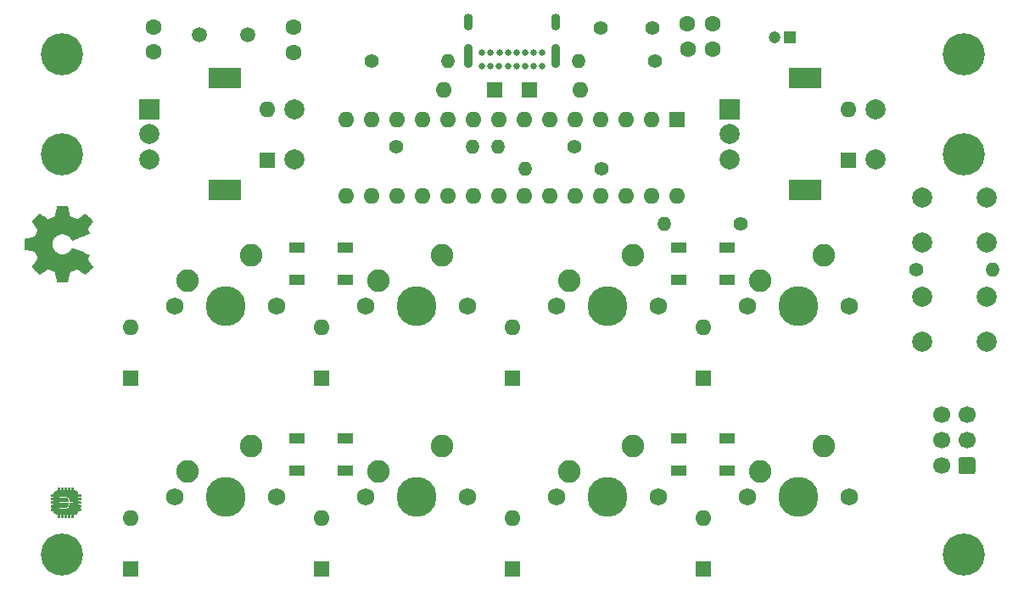
<source format=gbs>
%TF.GenerationSoftware,KiCad,Pcbnew,(5.1.8-0-10_14)*%
%TF.CreationDate,2020-12-29T14:10:58+00:00*%
%TF.ProjectId,Draytronics-Daisy-PCB V1,44726179-7472-46f6-9e69-63732d446169,rev?*%
%TF.SameCoordinates,Original*%
%TF.FileFunction,Soldermask,Bot*%
%TF.FilePolarity,Negative*%
%FSLAX46Y46*%
G04 Gerber Fmt 4.6, Leading zero omitted, Abs format (unit mm)*
G04 Created by KiCad (PCBNEW (5.1.8-0-10_14)) date 2020-12-29 14:10:58*
%MOMM*%
%LPD*%
G01*
G04 APERTURE LIST*
%ADD10C,0.010000*%
%ADD11C,1.700000*%
%ADD12C,2.000000*%
%ADD13C,4.200000*%
%ADD14O,1.400000X1.400000*%
%ADD15C,1.400000*%
%ADD16C,2.250000*%
%ADD17C,3.987800*%
%ADD18C,1.750000*%
%ADD19O,1.600000X1.600000*%
%ADD20R,1.600000X1.600000*%
%ADD21C,1.600000*%
%ADD22C,1.200000*%
%ADD23R,1.200000X1.200000*%
%ADD24C,1.500000*%
%ADD25R,2.000000X2.000000*%
%ADD26R,3.200000X2.000000*%
%ADD27O,0.900000X1.700000*%
%ADD28O,0.900000X2.400000*%
%ADD29C,0.650000*%
%ADD30R,1.500000X1.000000*%
G04 APERTURE END LIST*
D10*
%TO.C,G\u002A\u002A\u002A*%
G36*
X22831600Y-73212667D02*
G01*
X22831600Y-73044652D01*
X22683434Y-73039760D01*
X22535267Y-73034867D01*
X22535267Y-72865534D01*
X22683434Y-72860641D01*
X22831600Y-72855749D01*
X22831600Y-72704667D01*
X22705985Y-72704667D01*
X22626442Y-72703674D01*
X22574762Y-72698389D01*
X22544955Y-72685354D01*
X22531028Y-72661110D01*
X22526989Y-72622201D01*
X22526800Y-72601255D01*
X22526800Y-72518400D01*
X22831600Y-72518400D01*
X22831600Y-72450123D01*
X22847074Y-72345645D01*
X22891526Y-72255579D01*
X22962001Y-72183055D01*
X23055544Y-72131204D01*
X23157567Y-72104721D01*
X23238000Y-72092992D01*
X23238000Y-71961950D01*
X23240658Y-71882501D01*
X23250338Y-71831186D01*
X23269594Y-71802566D01*
X23300983Y-71791202D01*
X23318700Y-71790267D01*
X23367170Y-71794580D01*
X23398350Y-71811372D01*
X23415830Y-71846421D01*
X23423199Y-71905505D01*
X23424267Y-71960196D01*
X23424267Y-72095067D01*
X23576667Y-72095067D01*
X23576667Y-71960196D01*
X23579346Y-71882175D01*
X23589778Y-71831985D01*
X23611552Y-71803848D01*
X23648257Y-71791987D01*
X23682234Y-71790267D01*
X23719472Y-71795869D01*
X23743561Y-71816299D01*
X23757042Y-71856996D01*
X23762454Y-71923396D01*
X23762934Y-71962987D01*
X23762934Y-72095067D01*
X23932267Y-72095067D01*
X23932267Y-71951456D01*
X23932767Y-71881621D01*
X23935588Y-71838425D01*
X23942714Y-71814643D01*
X23956127Y-71803050D01*
X23974600Y-71797221D01*
X24025683Y-71792997D01*
X24059267Y-71797221D01*
X24079816Y-71804073D01*
X24092340Y-71816788D01*
X24098824Y-71842589D01*
X24101248Y-71888702D01*
X24101600Y-71951456D01*
X24101600Y-72095067D01*
X24270934Y-72095067D01*
X24270934Y-71962987D01*
X24273551Y-71883286D01*
X24283096Y-71831729D01*
X24302111Y-71802877D01*
X24333135Y-71791294D01*
X24351633Y-71790267D01*
X24400104Y-71794580D01*
X24431284Y-71811372D01*
X24448763Y-71846421D01*
X24456132Y-71905505D01*
X24457200Y-71960196D01*
X24457200Y-72095067D01*
X24608231Y-72095067D01*
X24613149Y-71955727D01*
X24616199Y-71886934D01*
X24620999Y-71844395D01*
X24629959Y-71820500D01*
X24645494Y-71807642D01*
X24662256Y-71800894D01*
X24713299Y-71793034D01*
X24751156Y-71796624D01*
X24772903Y-71803528D01*
X24786131Y-71815683D01*
X24792957Y-71840373D01*
X24795496Y-71884877D01*
X24795867Y-71950419D01*
X24795867Y-72092992D01*
X24876300Y-72104721D01*
X24988165Y-72135174D01*
X25079634Y-72189133D01*
X25147753Y-72263466D01*
X25189567Y-72355043D01*
X25202267Y-72450123D01*
X25202267Y-72518400D01*
X25352692Y-72518400D01*
X25424702Y-72518961D01*
X25469857Y-72521750D01*
X25495166Y-72528429D01*
X25507634Y-72540662D01*
X25513327Y-72556500D01*
X25523774Y-72617446D01*
X25514711Y-72659885D01*
X25482737Y-72686667D01*
X25424452Y-72700645D01*
X25336524Y-72704667D01*
X25202267Y-72704667D01*
X25202267Y-72855749D01*
X25350071Y-72860641D01*
X25421186Y-72863491D01*
X25465806Y-72867811D01*
X25491293Y-72875885D01*
X25505008Y-72889991D01*
X25513966Y-72911418D01*
X25519520Y-72972192D01*
X25510459Y-73000318D01*
X25499019Y-73021203D01*
X25482949Y-73033937D01*
X25454595Y-73040529D01*
X25406300Y-73042990D01*
X25346563Y-73043334D01*
X25202267Y-73043334D01*
X25202267Y-73212667D01*
X25353526Y-73212667D01*
X25434801Y-73214672D01*
X25487092Y-73223017D01*
X25515161Y-73241201D01*
X25523771Y-73272720D01*
X25517683Y-73321073D01*
X25515450Y-73331581D01*
X25504376Y-73382000D01*
X25202267Y-73382000D01*
X25202267Y-73551334D01*
X25345604Y-73551334D01*
X25425997Y-73553761D01*
X25478377Y-73563133D01*
X25508380Y-73582588D01*
X25521644Y-73615264D01*
X25524000Y-73650611D01*
X25515905Y-73690350D01*
X25488722Y-73716716D01*
X25438100Y-73731728D01*
X25359691Y-73737403D01*
X25336524Y-73737601D01*
X25202267Y-73737601D01*
X25202267Y-73890001D01*
X25345604Y-73890001D01*
X25417194Y-73890964D01*
X25462396Y-73894865D01*
X25488656Y-73903221D01*
X25503424Y-73917547D01*
X25506471Y-73922754D01*
X25522702Y-73985132D01*
X25506232Y-74045731D01*
X25505710Y-74046634D01*
X25491345Y-74061571D01*
X25464813Y-74070604D01*
X25418931Y-74075060D01*
X25346514Y-74076267D01*
X25202267Y-74076267D01*
X25201895Y-74148234D01*
X25185669Y-74249688D01*
X25141332Y-74338606D01*
X25073750Y-74410159D01*
X24987791Y-74459520D01*
X24888322Y-74481858D01*
X24864803Y-74482667D01*
X24797185Y-74482667D01*
X24792293Y-74630834D01*
X24787400Y-74779001D01*
X24712878Y-74784332D01*
X24655072Y-74782767D01*
X24624975Y-74768478D01*
X24624238Y-74767399D01*
X24617440Y-74740575D01*
X24612359Y-74689979D01*
X24609939Y-74625698D01*
X24609859Y-74613900D01*
X24609600Y-74482667D01*
X24458519Y-74482667D01*
X24453626Y-74630834D01*
X24448734Y-74779001D01*
X24279400Y-74779001D01*
X24274508Y-74630834D01*
X24269615Y-74482667D01*
X24101600Y-74482667D01*
X24101600Y-74787467D01*
X23932267Y-74787467D01*
X23932267Y-74482667D01*
X23764252Y-74482667D01*
X23759359Y-74630834D01*
X23754467Y-74779001D01*
X23585133Y-74779001D01*
X23580241Y-74630834D01*
X23575348Y-74482667D01*
X23425585Y-74482667D01*
X23420693Y-74630834D01*
X23415800Y-74779001D01*
X23325022Y-74779001D01*
X23325022Y-73957734D01*
X23678809Y-73957734D01*
X23800827Y-73957403D01*
X23894497Y-73956133D01*
X23965334Y-73953502D01*
X24018854Y-73949092D01*
X24060573Y-73942484D01*
X24096004Y-73933259D01*
X24122822Y-73923976D01*
X24227096Y-73867518D01*
X24311648Y-73784200D01*
X24375525Y-73675352D01*
X24417771Y-73542304D01*
X24425413Y-73501996D01*
X24445230Y-73382000D01*
X24728134Y-73382000D01*
X24728134Y-73212667D01*
X24442342Y-73212667D01*
X24431574Y-73132234D01*
X24400128Y-72988061D01*
X24347378Y-72869348D01*
X24272490Y-72774575D01*
X24206223Y-72721513D01*
X24158605Y-72692255D01*
X24111824Y-72669951D01*
X24060314Y-72653660D01*
X23998507Y-72642442D01*
X23920834Y-72635357D01*
X23821730Y-72631467D01*
X23695625Y-72629830D01*
X23662191Y-72629673D01*
X23332848Y-72628467D01*
X23322327Y-72670800D01*
X23318276Y-72721826D01*
X23322657Y-72755467D01*
X23333508Y-72797800D01*
X23687921Y-72806267D01*
X23817172Y-72809767D01*
X23917590Y-72814145D01*
X23994205Y-72820636D01*
X24052048Y-72830477D01*
X24096151Y-72844902D01*
X24131544Y-72865146D01*
X24163259Y-72892445D01*
X24196326Y-72928034D01*
X24199763Y-72931939D01*
X24253856Y-73016977D01*
X24283667Y-73115712D01*
X24287772Y-73166100D01*
X24287867Y-73212667D01*
X23325022Y-73212667D01*
X23319482Y-73250767D01*
X23317516Y-73297668D01*
X23320226Y-73335434D01*
X23326511Y-73382000D01*
X24287867Y-73382000D01*
X24287867Y-73429784D01*
X24275630Y-73509762D01*
X24243423Y-73593603D01*
X24198005Y-73665225D01*
X24181284Y-73683424D01*
X24142803Y-73716962D01*
X24101989Y-73742643D01*
X24053783Y-73761471D01*
X23993125Y-73774452D01*
X23914955Y-73782590D01*
X23814213Y-73786891D01*
X23685839Y-73788358D01*
X23652660Y-73788401D01*
X23326511Y-73788401D01*
X23320226Y-73834967D01*
X23317405Y-73885296D01*
X23319482Y-73919634D01*
X23325022Y-73957734D01*
X23325022Y-74779001D01*
X23246467Y-74779001D01*
X23241604Y-74632878D01*
X23236741Y-74486756D01*
X23143644Y-74479036D01*
X23044810Y-74455373D01*
X22959089Y-74405170D01*
X22891581Y-74333813D01*
X22847385Y-74246686D01*
X22831600Y-74149538D01*
X22831600Y-74077586D01*
X22683434Y-74072693D01*
X22535267Y-74067800D01*
X22535267Y-73898467D01*
X22683434Y-73893575D01*
X22831600Y-73888682D01*
X22831600Y-73737601D01*
X22700367Y-73737341D01*
X22634739Y-73735479D01*
X22581047Y-73730791D01*
X22549376Y-73724224D01*
X22546868Y-73722963D01*
X22531936Y-73694412D01*
X22529691Y-73637955D01*
X22529935Y-73634322D01*
X22535267Y-73559800D01*
X22683434Y-73554908D01*
X22831600Y-73550015D01*
X22831600Y-73382000D01*
X22526800Y-73382000D01*
X22526800Y-73212667D01*
X22831600Y-73212667D01*
G37*
X22831600Y-73212667D02*
X22831600Y-73044652D01*
X22683434Y-73039760D01*
X22535267Y-73034867D01*
X22535267Y-72865534D01*
X22683434Y-72860641D01*
X22831600Y-72855749D01*
X22831600Y-72704667D01*
X22705985Y-72704667D01*
X22626442Y-72703674D01*
X22574762Y-72698389D01*
X22544955Y-72685354D01*
X22531028Y-72661110D01*
X22526989Y-72622201D01*
X22526800Y-72601255D01*
X22526800Y-72518400D01*
X22831600Y-72518400D01*
X22831600Y-72450123D01*
X22847074Y-72345645D01*
X22891526Y-72255579D01*
X22962001Y-72183055D01*
X23055544Y-72131204D01*
X23157567Y-72104721D01*
X23238000Y-72092992D01*
X23238000Y-71961950D01*
X23240658Y-71882501D01*
X23250338Y-71831186D01*
X23269594Y-71802566D01*
X23300983Y-71791202D01*
X23318700Y-71790267D01*
X23367170Y-71794580D01*
X23398350Y-71811372D01*
X23415830Y-71846421D01*
X23423199Y-71905505D01*
X23424267Y-71960196D01*
X23424267Y-72095067D01*
X23576667Y-72095067D01*
X23576667Y-71960196D01*
X23579346Y-71882175D01*
X23589778Y-71831985D01*
X23611552Y-71803848D01*
X23648257Y-71791987D01*
X23682234Y-71790267D01*
X23719472Y-71795869D01*
X23743561Y-71816299D01*
X23757042Y-71856996D01*
X23762454Y-71923396D01*
X23762934Y-71962987D01*
X23762934Y-72095067D01*
X23932267Y-72095067D01*
X23932267Y-71951456D01*
X23932767Y-71881621D01*
X23935588Y-71838425D01*
X23942714Y-71814643D01*
X23956127Y-71803050D01*
X23974600Y-71797221D01*
X24025683Y-71792997D01*
X24059267Y-71797221D01*
X24079816Y-71804073D01*
X24092340Y-71816788D01*
X24098824Y-71842589D01*
X24101248Y-71888702D01*
X24101600Y-71951456D01*
X24101600Y-72095067D01*
X24270934Y-72095067D01*
X24270934Y-71962987D01*
X24273551Y-71883286D01*
X24283096Y-71831729D01*
X24302111Y-71802877D01*
X24333135Y-71791294D01*
X24351633Y-71790267D01*
X24400104Y-71794580D01*
X24431284Y-71811372D01*
X24448763Y-71846421D01*
X24456132Y-71905505D01*
X24457200Y-71960196D01*
X24457200Y-72095067D01*
X24608231Y-72095067D01*
X24613149Y-71955727D01*
X24616199Y-71886934D01*
X24620999Y-71844395D01*
X24629959Y-71820500D01*
X24645494Y-71807642D01*
X24662256Y-71800894D01*
X24713299Y-71793034D01*
X24751156Y-71796624D01*
X24772903Y-71803528D01*
X24786131Y-71815683D01*
X24792957Y-71840373D01*
X24795496Y-71884877D01*
X24795867Y-71950419D01*
X24795867Y-72092992D01*
X24876300Y-72104721D01*
X24988165Y-72135174D01*
X25079634Y-72189133D01*
X25147753Y-72263466D01*
X25189567Y-72355043D01*
X25202267Y-72450123D01*
X25202267Y-72518400D01*
X25352692Y-72518400D01*
X25424702Y-72518961D01*
X25469857Y-72521750D01*
X25495166Y-72528429D01*
X25507634Y-72540662D01*
X25513327Y-72556500D01*
X25523774Y-72617446D01*
X25514711Y-72659885D01*
X25482737Y-72686667D01*
X25424452Y-72700645D01*
X25336524Y-72704667D01*
X25202267Y-72704667D01*
X25202267Y-72855749D01*
X25350071Y-72860641D01*
X25421186Y-72863491D01*
X25465806Y-72867811D01*
X25491293Y-72875885D01*
X25505008Y-72889991D01*
X25513966Y-72911418D01*
X25519520Y-72972192D01*
X25510459Y-73000318D01*
X25499019Y-73021203D01*
X25482949Y-73033937D01*
X25454595Y-73040529D01*
X25406300Y-73042990D01*
X25346563Y-73043334D01*
X25202267Y-73043334D01*
X25202267Y-73212667D01*
X25353526Y-73212667D01*
X25434801Y-73214672D01*
X25487092Y-73223017D01*
X25515161Y-73241201D01*
X25523771Y-73272720D01*
X25517683Y-73321073D01*
X25515450Y-73331581D01*
X25504376Y-73382000D01*
X25202267Y-73382000D01*
X25202267Y-73551334D01*
X25345604Y-73551334D01*
X25425997Y-73553761D01*
X25478377Y-73563133D01*
X25508380Y-73582588D01*
X25521644Y-73615264D01*
X25524000Y-73650611D01*
X25515905Y-73690350D01*
X25488722Y-73716716D01*
X25438100Y-73731728D01*
X25359691Y-73737403D01*
X25336524Y-73737601D01*
X25202267Y-73737601D01*
X25202267Y-73890001D01*
X25345604Y-73890001D01*
X25417194Y-73890964D01*
X25462396Y-73894865D01*
X25488656Y-73903221D01*
X25503424Y-73917547D01*
X25506471Y-73922754D01*
X25522702Y-73985132D01*
X25506232Y-74045731D01*
X25505710Y-74046634D01*
X25491345Y-74061571D01*
X25464813Y-74070604D01*
X25418931Y-74075060D01*
X25346514Y-74076267D01*
X25202267Y-74076267D01*
X25201895Y-74148234D01*
X25185669Y-74249688D01*
X25141332Y-74338606D01*
X25073750Y-74410159D01*
X24987791Y-74459520D01*
X24888322Y-74481858D01*
X24864803Y-74482667D01*
X24797185Y-74482667D01*
X24792293Y-74630834D01*
X24787400Y-74779001D01*
X24712878Y-74784332D01*
X24655072Y-74782767D01*
X24624975Y-74768478D01*
X24624238Y-74767399D01*
X24617440Y-74740575D01*
X24612359Y-74689979D01*
X24609939Y-74625698D01*
X24609859Y-74613900D01*
X24609600Y-74482667D01*
X24458519Y-74482667D01*
X24453626Y-74630834D01*
X24448734Y-74779001D01*
X24279400Y-74779001D01*
X24274508Y-74630834D01*
X24269615Y-74482667D01*
X24101600Y-74482667D01*
X24101600Y-74787467D01*
X23932267Y-74787467D01*
X23932267Y-74482667D01*
X23764252Y-74482667D01*
X23759359Y-74630834D01*
X23754467Y-74779001D01*
X23585133Y-74779001D01*
X23580241Y-74630834D01*
X23575348Y-74482667D01*
X23425585Y-74482667D01*
X23420693Y-74630834D01*
X23415800Y-74779001D01*
X23325022Y-74779001D01*
X23325022Y-73957734D01*
X23678809Y-73957734D01*
X23800827Y-73957403D01*
X23894497Y-73956133D01*
X23965334Y-73953502D01*
X24018854Y-73949092D01*
X24060573Y-73942484D01*
X24096004Y-73933259D01*
X24122822Y-73923976D01*
X24227096Y-73867518D01*
X24311648Y-73784200D01*
X24375525Y-73675352D01*
X24417771Y-73542304D01*
X24425413Y-73501996D01*
X24445230Y-73382000D01*
X24728134Y-73382000D01*
X24728134Y-73212667D01*
X24442342Y-73212667D01*
X24431574Y-73132234D01*
X24400128Y-72988061D01*
X24347378Y-72869348D01*
X24272490Y-72774575D01*
X24206223Y-72721513D01*
X24158605Y-72692255D01*
X24111824Y-72669951D01*
X24060314Y-72653660D01*
X23998507Y-72642442D01*
X23920834Y-72635357D01*
X23821730Y-72631467D01*
X23695625Y-72629830D01*
X23662191Y-72629673D01*
X23332848Y-72628467D01*
X23322327Y-72670800D01*
X23318276Y-72721826D01*
X23322657Y-72755467D01*
X23333508Y-72797800D01*
X23687921Y-72806267D01*
X23817172Y-72809767D01*
X23917590Y-72814145D01*
X23994205Y-72820636D01*
X24052048Y-72830477D01*
X24096151Y-72844902D01*
X24131544Y-72865146D01*
X24163259Y-72892445D01*
X24196326Y-72928034D01*
X24199763Y-72931939D01*
X24253856Y-73016977D01*
X24283667Y-73115712D01*
X24287772Y-73166100D01*
X24287867Y-73212667D01*
X23325022Y-73212667D01*
X23319482Y-73250767D01*
X23317516Y-73297668D01*
X23320226Y-73335434D01*
X23326511Y-73382000D01*
X24287867Y-73382000D01*
X24287867Y-73429784D01*
X24275630Y-73509762D01*
X24243423Y-73593603D01*
X24198005Y-73665225D01*
X24181284Y-73683424D01*
X24142803Y-73716962D01*
X24101989Y-73742643D01*
X24053783Y-73761471D01*
X23993125Y-73774452D01*
X23914955Y-73782590D01*
X23814213Y-73786891D01*
X23685839Y-73788358D01*
X23652660Y-73788401D01*
X23326511Y-73788401D01*
X23320226Y-73834967D01*
X23317405Y-73885296D01*
X23319482Y-73919634D01*
X23325022Y-73957734D01*
X23325022Y-74779001D01*
X23246467Y-74779001D01*
X23241604Y-74632878D01*
X23236741Y-74486756D01*
X23143644Y-74479036D01*
X23044810Y-74455373D01*
X22959089Y-74405170D01*
X22891581Y-74333813D01*
X22847385Y-74246686D01*
X22831600Y-74149538D01*
X22831600Y-74077586D01*
X22683434Y-74072693D01*
X22535267Y-74067800D01*
X22535267Y-73898467D01*
X22683434Y-73893575D01*
X22831600Y-73888682D01*
X22831600Y-73737601D01*
X22700367Y-73737341D01*
X22634739Y-73735479D01*
X22581047Y-73730791D01*
X22549376Y-73724224D01*
X22546868Y-73722963D01*
X22531936Y-73694412D01*
X22529691Y-73637955D01*
X22529935Y-73634322D01*
X22535267Y-73559800D01*
X22683434Y-73554908D01*
X22831600Y-73550015D01*
X22831600Y-73382000D01*
X22526800Y-73382000D01*
X22526800Y-73212667D01*
X22831600Y-73212667D01*
G36*
X19920043Y-47367655D02*
G01*
X19920251Y-47264664D01*
X19920737Y-47182282D01*
X19921617Y-47118115D01*
X19923005Y-47069768D01*
X19925016Y-47034844D01*
X19927765Y-47010950D01*
X19931366Y-46995690D01*
X19935934Y-46986668D01*
X19941585Y-46981490D01*
X19944622Y-46979716D01*
X19962307Y-46974497D01*
X20002093Y-46965302D01*
X20061095Y-46952718D01*
X20136428Y-46937334D01*
X20225206Y-46919737D01*
X20324543Y-46900514D01*
X20431554Y-46880254D01*
X20449447Y-46876909D01*
X20557042Y-46856497D01*
X20657077Y-46836886D01*
X20746727Y-46818678D01*
X20823170Y-46802474D01*
X20883582Y-46788875D01*
X20925138Y-46778482D01*
X20945016Y-46771897D01*
X20946054Y-46771181D01*
X20956109Y-46754338D01*
X20973777Y-46717569D01*
X20997514Y-46664645D01*
X21025776Y-46599331D01*
X21057019Y-46525396D01*
X21089700Y-46446607D01*
X21122273Y-46366733D01*
X21153196Y-46289540D01*
X21180924Y-46218796D01*
X21203913Y-46158269D01*
X21220619Y-46111727D01*
X21229498Y-46082937D01*
X21230522Y-46077038D01*
X21225031Y-46059003D01*
X21207379Y-46025096D01*
X21177038Y-45974484D01*
X21133485Y-45906336D01*
X21076192Y-45819820D01*
X21004636Y-45714103D01*
X20962600Y-45652698D01*
X20889547Y-45546313D01*
X20829603Y-45458876D01*
X20781519Y-45388384D01*
X20744045Y-45332833D01*
X20715933Y-45290219D01*
X20695934Y-45258539D01*
X20682799Y-45235789D01*
X20675279Y-45219964D01*
X20672125Y-45209061D01*
X20672087Y-45201076D01*
X20673918Y-45194005D01*
X20674869Y-45191059D01*
X20686110Y-45174828D01*
X20713079Y-45143899D01*
X20753345Y-45100661D01*
X20804480Y-45047499D01*
X20864052Y-44986802D01*
X20929632Y-44920957D01*
X20998789Y-44852350D01*
X21069094Y-44783370D01*
X21138116Y-44716403D01*
X21203425Y-44653838D01*
X21262591Y-44598060D01*
X21313184Y-44551459D01*
X21352774Y-44516420D01*
X21378931Y-44495331D01*
X21388398Y-44490100D01*
X21404400Y-44497088D01*
X21438797Y-44516997D01*
X21489130Y-44548245D01*
X21552941Y-44589250D01*
X21627773Y-44638429D01*
X21711168Y-44694201D01*
X21800667Y-44754983D01*
X21812594Y-44763150D01*
X21933078Y-44845127D01*
X22034346Y-44912710D01*
X22116163Y-44965754D01*
X22178298Y-45004109D01*
X22220519Y-45027630D01*
X22242592Y-45036168D01*
X22243334Y-45036200D01*
X22265823Y-45031190D01*
X22307146Y-45017210D01*
X22363663Y-44995838D01*
X22431729Y-44968652D01*
X22507703Y-44937229D01*
X22587943Y-44903146D01*
X22668806Y-44867982D01*
X22746649Y-44833313D01*
X22817830Y-44800718D01*
X22878706Y-44771774D01*
X22925636Y-44748058D01*
X22954977Y-44731148D01*
X22962883Y-44724564D01*
X22969111Y-44706399D01*
X22979172Y-44666236D01*
X22992432Y-44607082D01*
X23008257Y-44531944D01*
X23026013Y-44443827D01*
X23045065Y-44345739D01*
X23063369Y-44248314D01*
X23082924Y-44143540D01*
X23101511Y-44045818D01*
X23118528Y-43958175D01*
X23133372Y-43883638D01*
X23145441Y-43825236D01*
X23154134Y-43785994D01*
X23158648Y-43769375D01*
X23170655Y-43740800D01*
X23677568Y-43740800D01*
X23804754Y-43740864D01*
X23908886Y-43741121D01*
X23992312Y-43741673D01*
X24057378Y-43742622D01*
X24106431Y-43744067D01*
X24141818Y-43746110D01*
X24165885Y-43748852D01*
X24180979Y-43752394D01*
X24189446Y-43756837D01*
X24193634Y-43762282D01*
X24193968Y-43763025D01*
X24198427Y-43780270D01*
X24206932Y-43819541D01*
X24218896Y-43877891D01*
X24233731Y-43952372D01*
X24250850Y-44040038D01*
X24269667Y-44137941D01*
X24289326Y-44241706D01*
X24313502Y-44368845D01*
X24333882Y-44472813D01*
X24350895Y-44555485D01*
X24364966Y-44618736D01*
X24376523Y-44664441D01*
X24385993Y-44694476D01*
X24393803Y-44710716D01*
X24396863Y-44714004D01*
X24413806Y-44722594D01*
X24451240Y-44739219D01*
X24506042Y-44762569D01*
X24575084Y-44791334D01*
X24655242Y-44824202D01*
X24743390Y-44859863D01*
X24772980Y-44871733D01*
X24891092Y-44918440D01*
X24986928Y-44955053D01*
X25061382Y-44981885D01*
X25115349Y-44999249D01*
X25149723Y-45007459D01*
X25162140Y-45008010D01*
X25180438Y-44999663D01*
X25216918Y-44978446D01*
X25268951Y-44946050D01*
X25333909Y-44904167D01*
X25409162Y-44854489D01*
X25492083Y-44798708D01*
X25568822Y-44746250D01*
X25655659Y-44686866D01*
X25736534Y-44632352D01*
X25808927Y-44584345D01*
X25870316Y-44544485D01*
X25918181Y-44514411D01*
X25950000Y-44495762D01*
X25962825Y-44490101D01*
X25976396Y-44498830D01*
X26005724Y-44523727D01*
X26048753Y-44562850D01*
X26103426Y-44614259D01*
X26167687Y-44676016D01*
X26239479Y-44746179D01*
X26316747Y-44822808D01*
X26337424Y-44843497D01*
X26428879Y-44935439D01*
X26503594Y-45011244D01*
X26563017Y-45072504D01*
X26608596Y-45120811D01*
X26641779Y-45157758D01*
X26664015Y-45184937D01*
X26676751Y-45203941D01*
X26681435Y-45216362D01*
X26680981Y-45221322D01*
X26671873Y-45237239D01*
X26650044Y-45271481D01*
X26617209Y-45321472D01*
X26575083Y-45384637D01*
X26525381Y-45458404D01*
X26469819Y-45540196D01*
X26420184Y-45612768D01*
X26361364Y-45699193D01*
X26307420Y-45779774D01*
X26260001Y-45851945D01*
X26220758Y-45913139D01*
X26191340Y-45960788D01*
X26173397Y-45992325D01*
X26168400Y-46004508D01*
X26174186Y-46024057D01*
X26190108Y-46061202D01*
X26214007Y-46111309D01*
X26243724Y-46169747D01*
X26257757Y-46196291D01*
X26289027Y-46256699D01*
X26315017Y-46310650D01*
X26333667Y-46353567D01*
X26342918Y-46380875D01*
X26343482Y-46386747D01*
X26337646Y-46393634D01*
X26320851Y-46404451D01*
X26291787Y-46419776D01*
X26249145Y-46440186D01*
X26191615Y-46466258D01*
X26117886Y-46498570D01*
X26026649Y-46537698D01*
X25916593Y-46584220D01*
X25786409Y-46638712D01*
X25634786Y-46701752D01*
X25529102Y-46745522D01*
X25392776Y-46801772D01*
X25262945Y-46855063D01*
X25141573Y-46904606D01*
X25030627Y-46949613D01*
X24932068Y-46989295D01*
X24847863Y-47022863D01*
X24779976Y-47049529D01*
X24730371Y-47068503D01*
X24701012Y-47078998D01*
X24693797Y-47080900D01*
X24670586Y-47069813D01*
X24643108Y-47039547D01*
X24634465Y-47026925D01*
X24610221Y-46990793D01*
X24577028Y-46943248D01*
X24541147Y-46893224D01*
X24532674Y-46881629D01*
X24427037Y-46758233D01*
X24306937Y-46654523D01*
X24174758Y-46571173D01*
X24032883Y-46508859D01*
X23883693Y-46468255D01*
X23729573Y-46450037D01*
X23572903Y-46454879D01*
X23416068Y-46483456D01*
X23282740Y-46527584D01*
X23195644Y-46567333D01*
X23117177Y-46614039D01*
X23040587Y-46672381D01*
X22959126Y-46747038D01*
X22942594Y-46763400D01*
X22842532Y-46875946D01*
X22764402Y-46993169D01*
X22704757Y-47120843D01*
X22673668Y-47214250D01*
X22654764Y-47305047D01*
X22644315Y-47411040D01*
X22642320Y-47523476D01*
X22648780Y-47633600D01*
X22663695Y-47732658D01*
X22673668Y-47773050D01*
X22729447Y-47922669D01*
X22806192Y-48060837D01*
X22901701Y-48185495D01*
X23013774Y-48294583D01*
X23140208Y-48386038D01*
X23278802Y-48457802D01*
X23427354Y-48507813D01*
X23468833Y-48517308D01*
X23628414Y-48537680D01*
X23786713Y-48533640D01*
X23941246Y-48506150D01*
X24089532Y-48456171D01*
X24229087Y-48384662D01*
X24357429Y-48292585D01*
X24472075Y-48180900D01*
X24532674Y-48105672D01*
X24568261Y-48056401D01*
X24602689Y-48007424D01*
X24629700Y-47967676D01*
X24634465Y-47960375D01*
X24662263Y-47925059D01*
X24687332Y-47907524D01*
X24693797Y-47906400D01*
X24709402Y-47911152D01*
X24746489Y-47924879D01*
X24803096Y-47946795D01*
X24877257Y-47976109D01*
X24967008Y-48012034D01*
X25070384Y-48053781D01*
X25185422Y-48100560D01*
X25310156Y-48151584D01*
X25442622Y-48206062D01*
X25529102Y-48241779D01*
X25694718Y-48310426D01*
X25838081Y-48370166D01*
X25960500Y-48421577D01*
X26063287Y-48465235D01*
X26147750Y-48501718D01*
X26215201Y-48531603D01*
X26266948Y-48555467D01*
X26304302Y-48573886D01*
X26328573Y-48587439D01*
X26341070Y-48596702D01*
X26343482Y-48600554D01*
X26338996Y-48619585D01*
X26324209Y-48656229D01*
X26301180Y-48705911D01*
X26271969Y-48764055D01*
X26257757Y-48791010D01*
X26226202Y-48851607D01*
X26199536Y-48905865D01*
X26179919Y-48949152D01*
X26169508Y-48976838D01*
X26168400Y-48982793D01*
X26175383Y-48998748D01*
X26195232Y-49032979D01*
X26226299Y-49082919D01*
X26266932Y-49146002D01*
X26315482Y-49219660D01*
X26370299Y-49301327D01*
X26420184Y-49374533D01*
X26479325Y-49461054D01*
X26534037Y-49541699D01*
X26582606Y-49613892D01*
X26623316Y-49675061D01*
X26654453Y-49722629D01*
X26674300Y-49754022D01*
X26680981Y-49765979D01*
X26680437Y-49775212D01*
X26672711Y-49790071D01*
X26656355Y-49812148D01*
X26629921Y-49843037D01*
X26591961Y-49884330D01*
X26541027Y-49937618D01*
X26475671Y-50004496D01*
X26394445Y-50086554D01*
X26337424Y-50143804D01*
X26259073Y-50221794D01*
X26185663Y-50293820D01*
X26119252Y-50357943D01*
X26061895Y-50412222D01*
X26015649Y-50454717D01*
X25982571Y-50483489D01*
X25964716Y-50496597D01*
X25962825Y-50497200D01*
X25947560Y-50490206D01*
X25913987Y-50470315D01*
X25864625Y-50439167D01*
X25801997Y-50398400D01*
X25728623Y-50349654D01*
X25647023Y-50294567D01*
X25568822Y-50241051D01*
X25481351Y-50181319D01*
X25399248Y-50126211D01*
X25325142Y-50077417D01*
X25261661Y-50036632D01*
X25211435Y-50005545D01*
X25177092Y-49985850D01*
X25162140Y-49979291D01*
X25140252Y-49981610D01*
X25099363Y-49992876D01*
X25038579Y-50013402D01*
X24957005Y-50043501D01*
X24853748Y-50083487D01*
X24772980Y-50115568D01*
X24682924Y-50151850D01*
X24599850Y-50185761D01*
X24526885Y-50215991D01*
X24467153Y-50241229D01*
X24423781Y-50260165D01*
X24399894Y-50271486D01*
X24396863Y-50273297D01*
X24389657Y-50283987D01*
X24380980Y-50307636D01*
X24370407Y-50346119D01*
X24357510Y-50401310D01*
X24341863Y-50475086D01*
X24323038Y-50569321D01*
X24300608Y-50685891D01*
X24289326Y-50745595D01*
X24269410Y-50850710D01*
X24250611Y-50948497D01*
X24233518Y-51036007D01*
X24218717Y-51110295D01*
X24206795Y-51168411D01*
X24198340Y-51207410D01*
X24193968Y-51224275D01*
X24190144Y-51229851D01*
X24182329Y-51234411D01*
X24168176Y-51238059D01*
X24145338Y-51240894D01*
X24111469Y-51243017D01*
X24064221Y-51244531D01*
X24001249Y-51245534D01*
X23920205Y-51246130D01*
X23818744Y-51246418D01*
X23694517Y-51246500D01*
X23170655Y-51246500D01*
X23158648Y-51217925D01*
X23153620Y-51199127D01*
X23144657Y-51158364D01*
X23132361Y-51098664D01*
X23117336Y-51023054D01*
X23100182Y-50934562D01*
X23081503Y-50836214D01*
X23063369Y-50738987D01*
X23043682Y-50634328D01*
X23024701Y-50536849D01*
X23007062Y-50449555D01*
X22991398Y-50375453D01*
X22978344Y-50317549D01*
X22968534Y-50278850D01*
X22962883Y-50262737D01*
X22946897Y-50251084D01*
X22910960Y-50231602D01*
X22858713Y-50205869D01*
X22793800Y-50175462D01*
X22719862Y-50141958D01*
X22640543Y-50106936D01*
X22559484Y-50071972D01*
X22480328Y-50038644D01*
X22406718Y-50008531D01*
X22342296Y-49983208D01*
X22290704Y-49964254D01*
X22255585Y-49953247D01*
X22243334Y-49951100D01*
X22222597Y-49958646D01*
X22181697Y-49981183D01*
X22120868Y-50018565D01*
X22040341Y-50070645D01*
X21940349Y-50137274D01*
X21821124Y-50218306D01*
X21812594Y-50224150D01*
X21722483Y-50285466D01*
X21638158Y-50341977D01*
X21562077Y-50392101D01*
X21496698Y-50434255D01*
X21444478Y-50466857D01*
X21407876Y-50488326D01*
X21389349Y-50497079D01*
X21388398Y-50497200D01*
X21374269Y-50488509D01*
X21344831Y-50464024D01*
X21302515Y-50426135D01*
X21249750Y-50377228D01*
X21188967Y-50319690D01*
X21122596Y-50255910D01*
X21053067Y-50188273D01*
X20982810Y-50119168D01*
X20914256Y-50050981D01*
X20849834Y-49986101D01*
X20791974Y-49926914D01*
X20743107Y-49875808D01*
X20705662Y-49835169D01*
X20682070Y-49807386D01*
X20674869Y-49796242D01*
X20672672Y-49788801D01*
X20671973Y-49781084D01*
X20674020Y-49771085D01*
X20680063Y-49756801D01*
X20691349Y-49736228D01*
X20709128Y-49707360D01*
X20734649Y-49668195D01*
X20769159Y-49616728D01*
X20813908Y-49550954D01*
X20870145Y-49468869D01*
X20939118Y-49368469D01*
X20963349Y-49333213D01*
X21042350Y-49217516D01*
X21106797Y-49121447D01*
X21157206Y-49044188D01*
X21194095Y-48984921D01*
X21217980Y-48942829D01*
X21229377Y-48917095D01*
X21230562Y-48910273D01*
X21225445Y-48890027D01*
X21211848Y-48850431D01*
X21191314Y-48795260D01*
X21165391Y-48728287D01*
X21135624Y-48653287D01*
X21103557Y-48574032D01*
X21070737Y-48494296D01*
X21038710Y-48417853D01*
X21009019Y-48348478D01*
X20983212Y-48289943D01*
X20962833Y-48246022D01*
X20949428Y-48220489D01*
X20946327Y-48216232D01*
X20930462Y-48210281D01*
X20892425Y-48200435D01*
X20835044Y-48187298D01*
X20761145Y-48171471D01*
X20673554Y-48153558D01*
X20575100Y-48134162D01*
X20468609Y-48113884D01*
X20449660Y-48110346D01*
X20341684Y-48090025D01*
X20240905Y-48070637D01*
X20150213Y-48052769D01*
X20072495Y-48037009D01*
X20010639Y-48023943D01*
X19967534Y-48014160D01*
X19946068Y-48008246D01*
X19944835Y-48007698D01*
X19938588Y-48003509D01*
X19933487Y-47996685D01*
X19929415Y-47984829D01*
X19926256Y-47965545D01*
X19923895Y-47936437D01*
X19922217Y-47895108D01*
X19921104Y-47839163D01*
X19920443Y-47766204D01*
X19920116Y-47673837D01*
X19920008Y-47559664D01*
X19920000Y-47493651D01*
X19920043Y-47367655D01*
G37*
X19920043Y-47367655D02*
X19920251Y-47264664D01*
X19920737Y-47182282D01*
X19921617Y-47118115D01*
X19923005Y-47069768D01*
X19925016Y-47034844D01*
X19927765Y-47010950D01*
X19931366Y-46995690D01*
X19935934Y-46986668D01*
X19941585Y-46981490D01*
X19944622Y-46979716D01*
X19962307Y-46974497D01*
X20002093Y-46965302D01*
X20061095Y-46952718D01*
X20136428Y-46937334D01*
X20225206Y-46919737D01*
X20324543Y-46900514D01*
X20431554Y-46880254D01*
X20449447Y-46876909D01*
X20557042Y-46856497D01*
X20657077Y-46836886D01*
X20746727Y-46818678D01*
X20823170Y-46802474D01*
X20883582Y-46788875D01*
X20925138Y-46778482D01*
X20945016Y-46771897D01*
X20946054Y-46771181D01*
X20956109Y-46754338D01*
X20973777Y-46717569D01*
X20997514Y-46664645D01*
X21025776Y-46599331D01*
X21057019Y-46525396D01*
X21089700Y-46446607D01*
X21122273Y-46366733D01*
X21153196Y-46289540D01*
X21180924Y-46218796D01*
X21203913Y-46158269D01*
X21220619Y-46111727D01*
X21229498Y-46082937D01*
X21230522Y-46077038D01*
X21225031Y-46059003D01*
X21207379Y-46025096D01*
X21177038Y-45974484D01*
X21133485Y-45906336D01*
X21076192Y-45819820D01*
X21004636Y-45714103D01*
X20962600Y-45652698D01*
X20889547Y-45546313D01*
X20829603Y-45458876D01*
X20781519Y-45388384D01*
X20744045Y-45332833D01*
X20715933Y-45290219D01*
X20695934Y-45258539D01*
X20682799Y-45235789D01*
X20675279Y-45219964D01*
X20672125Y-45209061D01*
X20672087Y-45201076D01*
X20673918Y-45194005D01*
X20674869Y-45191059D01*
X20686110Y-45174828D01*
X20713079Y-45143899D01*
X20753345Y-45100661D01*
X20804480Y-45047499D01*
X20864052Y-44986802D01*
X20929632Y-44920957D01*
X20998789Y-44852350D01*
X21069094Y-44783370D01*
X21138116Y-44716403D01*
X21203425Y-44653838D01*
X21262591Y-44598060D01*
X21313184Y-44551459D01*
X21352774Y-44516420D01*
X21378931Y-44495331D01*
X21388398Y-44490100D01*
X21404400Y-44497088D01*
X21438797Y-44516997D01*
X21489130Y-44548245D01*
X21552941Y-44589250D01*
X21627773Y-44638429D01*
X21711168Y-44694201D01*
X21800667Y-44754983D01*
X21812594Y-44763150D01*
X21933078Y-44845127D01*
X22034346Y-44912710D01*
X22116163Y-44965754D01*
X22178298Y-45004109D01*
X22220519Y-45027630D01*
X22242592Y-45036168D01*
X22243334Y-45036200D01*
X22265823Y-45031190D01*
X22307146Y-45017210D01*
X22363663Y-44995838D01*
X22431729Y-44968652D01*
X22507703Y-44937229D01*
X22587943Y-44903146D01*
X22668806Y-44867982D01*
X22746649Y-44833313D01*
X22817830Y-44800718D01*
X22878706Y-44771774D01*
X22925636Y-44748058D01*
X22954977Y-44731148D01*
X22962883Y-44724564D01*
X22969111Y-44706399D01*
X22979172Y-44666236D01*
X22992432Y-44607082D01*
X23008257Y-44531944D01*
X23026013Y-44443827D01*
X23045065Y-44345739D01*
X23063369Y-44248314D01*
X23082924Y-44143540D01*
X23101511Y-44045818D01*
X23118528Y-43958175D01*
X23133372Y-43883638D01*
X23145441Y-43825236D01*
X23154134Y-43785994D01*
X23158648Y-43769375D01*
X23170655Y-43740800D01*
X23677568Y-43740800D01*
X23804754Y-43740864D01*
X23908886Y-43741121D01*
X23992312Y-43741673D01*
X24057378Y-43742622D01*
X24106431Y-43744067D01*
X24141818Y-43746110D01*
X24165885Y-43748852D01*
X24180979Y-43752394D01*
X24189446Y-43756837D01*
X24193634Y-43762282D01*
X24193968Y-43763025D01*
X24198427Y-43780270D01*
X24206932Y-43819541D01*
X24218896Y-43877891D01*
X24233731Y-43952372D01*
X24250850Y-44040038D01*
X24269667Y-44137941D01*
X24289326Y-44241706D01*
X24313502Y-44368845D01*
X24333882Y-44472813D01*
X24350895Y-44555485D01*
X24364966Y-44618736D01*
X24376523Y-44664441D01*
X24385993Y-44694476D01*
X24393803Y-44710716D01*
X24396863Y-44714004D01*
X24413806Y-44722594D01*
X24451240Y-44739219D01*
X24506042Y-44762569D01*
X24575084Y-44791334D01*
X24655242Y-44824202D01*
X24743390Y-44859863D01*
X24772980Y-44871733D01*
X24891092Y-44918440D01*
X24986928Y-44955053D01*
X25061382Y-44981885D01*
X25115349Y-44999249D01*
X25149723Y-45007459D01*
X25162140Y-45008010D01*
X25180438Y-44999663D01*
X25216918Y-44978446D01*
X25268951Y-44946050D01*
X25333909Y-44904167D01*
X25409162Y-44854489D01*
X25492083Y-44798708D01*
X25568822Y-44746250D01*
X25655659Y-44686866D01*
X25736534Y-44632352D01*
X25808927Y-44584345D01*
X25870316Y-44544485D01*
X25918181Y-44514411D01*
X25950000Y-44495762D01*
X25962825Y-44490101D01*
X25976396Y-44498830D01*
X26005724Y-44523727D01*
X26048753Y-44562850D01*
X26103426Y-44614259D01*
X26167687Y-44676016D01*
X26239479Y-44746179D01*
X26316747Y-44822808D01*
X26337424Y-44843497D01*
X26428879Y-44935439D01*
X26503594Y-45011244D01*
X26563017Y-45072504D01*
X26608596Y-45120811D01*
X26641779Y-45157758D01*
X26664015Y-45184937D01*
X26676751Y-45203941D01*
X26681435Y-45216362D01*
X26680981Y-45221322D01*
X26671873Y-45237239D01*
X26650044Y-45271481D01*
X26617209Y-45321472D01*
X26575083Y-45384637D01*
X26525381Y-45458404D01*
X26469819Y-45540196D01*
X26420184Y-45612768D01*
X26361364Y-45699193D01*
X26307420Y-45779774D01*
X26260001Y-45851945D01*
X26220758Y-45913139D01*
X26191340Y-45960788D01*
X26173397Y-45992325D01*
X26168400Y-46004508D01*
X26174186Y-46024057D01*
X26190108Y-46061202D01*
X26214007Y-46111309D01*
X26243724Y-46169747D01*
X26257757Y-46196291D01*
X26289027Y-46256699D01*
X26315017Y-46310650D01*
X26333667Y-46353567D01*
X26342918Y-46380875D01*
X26343482Y-46386747D01*
X26337646Y-46393634D01*
X26320851Y-46404451D01*
X26291787Y-46419776D01*
X26249145Y-46440186D01*
X26191615Y-46466258D01*
X26117886Y-46498570D01*
X26026649Y-46537698D01*
X25916593Y-46584220D01*
X25786409Y-46638712D01*
X25634786Y-46701752D01*
X25529102Y-46745522D01*
X25392776Y-46801772D01*
X25262945Y-46855063D01*
X25141573Y-46904606D01*
X25030627Y-46949613D01*
X24932068Y-46989295D01*
X24847863Y-47022863D01*
X24779976Y-47049529D01*
X24730371Y-47068503D01*
X24701012Y-47078998D01*
X24693797Y-47080900D01*
X24670586Y-47069813D01*
X24643108Y-47039547D01*
X24634465Y-47026925D01*
X24610221Y-46990793D01*
X24577028Y-46943248D01*
X24541147Y-46893224D01*
X24532674Y-46881629D01*
X24427037Y-46758233D01*
X24306937Y-46654523D01*
X24174758Y-46571173D01*
X24032883Y-46508859D01*
X23883693Y-46468255D01*
X23729573Y-46450037D01*
X23572903Y-46454879D01*
X23416068Y-46483456D01*
X23282740Y-46527584D01*
X23195644Y-46567333D01*
X23117177Y-46614039D01*
X23040587Y-46672381D01*
X22959126Y-46747038D01*
X22942594Y-46763400D01*
X22842532Y-46875946D01*
X22764402Y-46993169D01*
X22704757Y-47120843D01*
X22673668Y-47214250D01*
X22654764Y-47305047D01*
X22644315Y-47411040D01*
X22642320Y-47523476D01*
X22648780Y-47633600D01*
X22663695Y-47732658D01*
X22673668Y-47773050D01*
X22729447Y-47922669D01*
X22806192Y-48060837D01*
X22901701Y-48185495D01*
X23013774Y-48294583D01*
X23140208Y-48386038D01*
X23278802Y-48457802D01*
X23427354Y-48507813D01*
X23468833Y-48517308D01*
X23628414Y-48537680D01*
X23786713Y-48533640D01*
X23941246Y-48506150D01*
X24089532Y-48456171D01*
X24229087Y-48384662D01*
X24357429Y-48292585D01*
X24472075Y-48180900D01*
X24532674Y-48105672D01*
X24568261Y-48056401D01*
X24602689Y-48007424D01*
X24629700Y-47967676D01*
X24634465Y-47960375D01*
X24662263Y-47925059D01*
X24687332Y-47907524D01*
X24693797Y-47906400D01*
X24709402Y-47911152D01*
X24746489Y-47924879D01*
X24803096Y-47946795D01*
X24877257Y-47976109D01*
X24967008Y-48012034D01*
X25070384Y-48053781D01*
X25185422Y-48100560D01*
X25310156Y-48151584D01*
X25442622Y-48206062D01*
X25529102Y-48241779D01*
X25694718Y-48310426D01*
X25838081Y-48370166D01*
X25960500Y-48421577D01*
X26063287Y-48465235D01*
X26147750Y-48501718D01*
X26215201Y-48531603D01*
X26266948Y-48555467D01*
X26304302Y-48573886D01*
X26328573Y-48587439D01*
X26341070Y-48596702D01*
X26343482Y-48600554D01*
X26338996Y-48619585D01*
X26324209Y-48656229D01*
X26301180Y-48705911D01*
X26271969Y-48764055D01*
X26257757Y-48791010D01*
X26226202Y-48851607D01*
X26199536Y-48905865D01*
X26179919Y-48949152D01*
X26169508Y-48976838D01*
X26168400Y-48982793D01*
X26175383Y-48998748D01*
X26195232Y-49032979D01*
X26226299Y-49082919D01*
X26266932Y-49146002D01*
X26315482Y-49219660D01*
X26370299Y-49301327D01*
X26420184Y-49374533D01*
X26479325Y-49461054D01*
X26534037Y-49541699D01*
X26582606Y-49613892D01*
X26623316Y-49675061D01*
X26654453Y-49722629D01*
X26674300Y-49754022D01*
X26680981Y-49765979D01*
X26680437Y-49775212D01*
X26672711Y-49790071D01*
X26656355Y-49812148D01*
X26629921Y-49843037D01*
X26591961Y-49884330D01*
X26541027Y-49937618D01*
X26475671Y-50004496D01*
X26394445Y-50086554D01*
X26337424Y-50143804D01*
X26259073Y-50221794D01*
X26185663Y-50293820D01*
X26119252Y-50357943D01*
X26061895Y-50412222D01*
X26015649Y-50454717D01*
X25982571Y-50483489D01*
X25964716Y-50496597D01*
X25962825Y-50497200D01*
X25947560Y-50490206D01*
X25913987Y-50470315D01*
X25864625Y-50439167D01*
X25801997Y-50398400D01*
X25728623Y-50349654D01*
X25647023Y-50294567D01*
X25568822Y-50241051D01*
X25481351Y-50181319D01*
X25399248Y-50126211D01*
X25325142Y-50077417D01*
X25261661Y-50036632D01*
X25211435Y-50005545D01*
X25177092Y-49985850D01*
X25162140Y-49979291D01*
X25140252Y-49981610D01*
X25099363Y-49992876D01*
X25038579Y-50013402D01*
X24957005Y-50043501D01*
X24853748Y-50083487D01*
X24772980Y-50115568D01*
X24682924Y-50151850D01*
X24599850Y-50185761D01*
X24526885Y-50215991D01*
X24467153Y-50241229D01*
X24423781Y-50260165D01*
X24399894Y-50271486D01*
X24396863Y-50273297D01*
X24389657Y-50283987D01*
X24380980Y-50307636D01*
X24370407Y-50346119D01*
X24357510Y-50401310D01*
X24341863Y-50475086D01*
X24323038Y-50569321D01*
X24300608Y-50685891D01*
X24289326Y-50745595D01*
X24269410Y-50850710D01*
X24250611Y-50948497D01*
X24233518Y-51036007D01*
X24218717Y-51110295D01*
X24206795Y-51168411D01*
X24198340Y-51207410D01*
X24193968Y-51224275D01*
X24190144Y-51229851D01*
X24182329Y-51234411D01*
X24168176Y-51238059D01*
X24145338Y-51240894D01*
X24111469Y-51243017D01*
X24064221Y-51244531D01*
X24001249Y-51245534D01*
X23920205Y-51246130D01*
X23818744Y-51246418D01*
X23694517Y-51246500D01*
X23170655Y-51246500D01*
X23158648Y-51217925D01*
X23153620Y-51199127D01*
X23144657Y-51158364D01*
X23132361Y-51098664D01*
X23117336Y-51023054D01*
X23100182Y-50934562D01*
X23081503Y-50836214D01*
X23063369Y-50738987D01*
X23043682Y-50634328D01*
X23024701Y-50536849D01*
X23007062Y-50449555D01*
X22991398Y-50375453D01*
X22978344Y-50317549D01*
X22968534Y-50278850D01*
X22962883Y-50262737D01*
X22946897Y-50251084D01*
X22910960Y-50231602D01*
X22858713Y-50205869D01*
X22793800Y-50175462D01*
X22719862Y-50141958D01*
X22640543Y-50106936D01*
X22559484Y-50071972D01*
X22480328Y-50038644D01*
X22406718Y-50008531D01*
X22342296Y-49983208D01*
X22290704Y-49964254D01*
X22255585Y-49953247D01*
X22243334Y-49951100D01*
X22222597Y-49958646D01*
X22181697Y-49981183D01*
X22120868Y-50018565D01*
X22040341Y-50070645D01*
X21940349Y-50137274D01*
X21821124Y-50218306D01*
X21812594Y-50224150D01*
X21722483Y-50285466D01*
X21638158Y-50341977D01*
X21562077Y-50392101D01*
X21496698Y-50434255D01*
X21444478Y-50466857D01*
X21407876Y-50488326D01*
X21389349Y-50497079D01*
X21388398Y-50497200D01*
X21374269Y-50488509D01*
X21344831Y-50464024D01*
X21302515Y-50426135D01*
X21249750Y-50377228D01*
X21188967Y-50319690D01*
X21122596Y-50255910D01*
X21053067Y-50188273D01*
X20982810Y-50119168D01*
X20914256Y-50050981D01*
X20849834Y-49986101D01*
X20791974Y-49926914D01*
X20743107Y-49875808D01*
X20705662Y-49835169D01*
X20682070Y-49807386D01*
X20674869Y-49796242D01*
X20672672Y-49788801D01*
X20671973Y-49781084D01*
X20674020Y-49771085D01*
X20680063Y-49756801D01*
X20691349Y-49736228D01*
X20709128Y-49707360D01*
X20734649Y-49668195D01*
X20769159Y-49616728D01*
X20813908Y-49550954D01*
X20870145Y-49468869D01*
X20939118Y-49368469D01*
X20963349Y-49333213D01*
X21042350Y-49217516D01*
X21106797Y-49121447D01*
X21157206Y-49044188D01*
X21194095Y-48984921D01*
X21217980Y-48942829D01*
X21229377Y-48917095D01*
X21230562Y-48910273D01*
X21225445Y-48890027D01*
X21211848Y-48850431D01*
X21191314Y-48795260D01*
X21165391Y-48728287D01*
X21135624Y-48653287D01*
X21103557Y-48574032D01*
X21070737Y-48494296D01*
X21038710Y-48417853D01*
X21009019Y-48348478D01*
X20983212Y-48289943D01*
X20962833Y-48246022D01*
X20949428Y-48220489D01*
X20946327Y-48216232D01*
X20930462Y-48210281D01*
X20892425Y-48200435D01*
X20835044Y-48187298D01*
X20761145Y-48171471D01*
X20673554Y-48153558D01*
X20575100Y-48134162D01*
X20468609Y-48113884D01*
X20449660Y-48110346D01*
X20341684Y-48090025D01*
X20240905Y-48070637D01*
X20150213Y-48052769D01*
X20072495Y-48037009D01*
X20010639Y-48023943D01*
X19967534Y-48014160D01*
X19946068Y-48008246D01*
X19944835Y-48007698D01*
X19938588Y-48003509D01*
X19933487Y-47996685D01*
X19929415Y-47984829D01*
X19926256Y-47965545D01*
X19923895Y-47936437D01*
X19922217Y-47895108D01*
X19921104Y-47839163D01*
X19920443Y-47766204D01*
X19920116Y-47673837D01*
X19920008Y-47559664D01*
X19920000Y-47493651D01*
X19920043Y-47367655D01*
%TD*%
D11*
%TO.C,J1-ISP1*%
X111442500Y-64579500D03*
X111442500Y-67119500D03*
X111442500Y-69659500D03*
X113982500Y-64579500D03*
X113982500Y-67119500D03*
G36*
G01*
X114832500Y-69059500D02*
X114832500Y-70259500D01*
G75*
G02*
X114582500Y-70509500I-250000J0D01*
G01*
X113382500Y-70509500D01*
G75*
G02*
X113132500Y-70259500I0J250000D01*
G01*
X113132500Y-69059500D01*
G75*
G02*
X113382500Y-68809500I250000J0D01*
G01*
X114582500Y-68809500D01*
G75*
G02*
X114832500Y-69059500I0J-250000D01*
G01*
G37*
%TD*%
D12*
%TO.C,SW4*%
X115974000Y-42862500D03*
X115974000Y-47362500D03*
X109474000Y-42862500D03*
X109474000Y-47362500D03*
%TD*%
%TO.C,SW3*%
X115974000Y-52768500D03*
X115974000Y-57268500D03*
X109474000Y-52768500D03*
X109474000Y-57268500D03*
%TD*%
D13*
%TO.C,REF\u002A\u002A*%
X113650000Y-38546000D03*
%TD*%
%TO.C,REF\u002A\u002A*%
X23650000Y-38546000D03*
%TD*%
%TO.C,REF\u002A\u002A*%
X23650000Y-78546000D03*
%TD*%
%TO.C,REF\u002A\u002A*%
X113650000Y-78546000D03*
%TD*%
%TO.C,REF\u002A\u002A*%
X113650000Y-28546000D03*
%TD*%
%TO.C,REF\u002A\u002A*%
X23650000Y-28546000D03*
%TD*%
D14*
%TO.C,R1*%
X116522500Y-50038000D03*
D15*
X108902500Y-50038000D03*
%TD*%
D16*
%TO.C,MX6*%
X61595000Y-67691000D03*
D17*
X59055000Y-72771000D03*
D16*
X55245000Y-70231000D03*
D18*
X53975000Y-72771000D03*
X64135000Y-72771000D03*
%TD*%
D14*
%TO.C,R7*%
X83756500Y-45466000D03*
D15*
X91376500Y-45466000D03*
%TD*%
D19*
%TO.C,D12*%
X87630000Y-74866500D03*
D20*
X87630000Y-79946500D03*
%TD*%
D19*
%TO.C,D11*%
X68580000Y-74866500D03*
D20*
X68580000Y-79946500D03*
%TD*%
D19*
%TO.C,D10*%
X49530000Y-74866500D03*
D20*
X49530000Y-79946500D03*
%TD*%
D19*
%TO.C,D9*%
X30480000Y-74866500D03*
D20*
X30480000Y-79946500D03*
%TD*%
D19*
%TO.C,D8*%
X87630000Y-55816500D03*
D20*
X87630000Y-60896500D03*
%TD*%
D19*
%TO.C,D7*%
X68580000Y-55816500D03*
D20*
X68580000Y-60896500D03*
%TD*%
D19*
%TO.C,D6*%
X49593500Y-55816500D03*
D20*
X49593500Y-60896500D03*
%TD*%
D19*
%TO.C,D5*%
X30480000Y-55816500D03*
D20*
X30480000Y-60896500D03*
%TD*%
D19*
%TO.C,D4*%
X102171500Y-34036000D03*
D20*
X102171500Y-39116000D03*
%TD*%
D19*
%TO.C,D3*%
X44132500Y-34036000D03*
D20*
X44132500Y-39116000D03*
%TD*%
D14*
%TO.C,R6*%
X64643000Y-37782500D03*
D15*
X57023000Y-37782500D03*
%TD*%
D14*
%TO.C,R5*%
X69850000Y-40005000D03*
D15*
X77470000Y-40005000D03*
%TD*%
D14*
%TO.C,R4*%
X67183000Y-37782500D03*
D15*
X74803000Y-37782500D03*
%TD*%
D14*
%TO.C,R3*%
X75247500Y-29210000D03*
D15*
X82867500Y-29210000D03*
%TD*%
D14*
%TO.C,R2*%
X62166500Y-29210000D03*
D15*
X54546500Y-29210000D03*
%TD*%
%TO.C,F1*%
X77460000Y-25971500D03*
X82560000Y-25971500D03*
%TD*%
D19*
%TO.C,D2*%
X75374500Y-32131000D03*
D20*
X70294500Y-32131000D03*
%TD*%
D19*
%TO.C,D1*%
X61785500Y-32131000D03*
D20*
X66865500Y-32131000D03*
%TD*%
D21*
%TO.C,C4*%
X86082500Y-25527000D03*
X88582500Y-25527000D03*
%TD*%
%TO.C,C5*%
X88606000Y-28067000D03*
X86106000Y-28067000D03*
%TD*%
%TO.C,C2*%
X32766000Y-28344500D03*
X32766000Y-25844500D03*
%TD*%
%TO.C,C1*%
X46799500Y-25884500D03*
X46799500Y-28384500D03*
%TD*%
D22*
%TO.C,C3*%
X94805500Y-26860500D03*
D23*
X96305500Y-26860500D03*
%TD*%
D24*
%TO.C,Y1*%
X37347500Y-26606500D03*
X42227500Y-26606500D03*
%TD*%
D19*
%TO.C,U1*%
X85026500Y-42735500D03*
X52006500Y-35115500D03*
X82486500Y-42735500D03*
X54546500Y-35115500D03*
X79946500Y-42735500D03*
X57086500Y-35115500D03*
X77406500Y-42735500D03*
X59626500Y-35115500D03*
X74866500Y-42735500D03*
X62166500Y-35115500D03*
X72326500Y-42735500D03*
X64706500Y-35115500D03*
X69786500Y-42735500D03*
X67246500Y-35115500D03*
X67246500Y-42735500D03*
X69786500Y-35115500D03*
X64706500Y-42735500D03*
X72326500Y-35115500D03*
X62166500Y-42735500D03*
X74866500Y-35115500D03*
X59626500Y-42735500D03*
X77406500Y-35115500D03*
X57086500Y-42735500D03*
X79946500Y-35115500D03*
X54546500Y-42735500D03*
X82486500Y-35115500D03*
X52006500Y-42735500D03*
D20*
X85026500Y-35115500D03*
%TD*%
D16*
%TO.C,MX4*%
X99695000Y-48641000D03*
D17*
X97155000Y-53721000D03*
D16*
X93345000Y-51181000D03*
D18*
X92075000Y-53721000D03*
X102235000Y-53721000D03*
%TD*%
D16*
%TO.C,MX1*%
X42545000Y-48641000D03*
D17*
X40005000Y-53721000D03*
D16*
X36195000Y-51181000D03*
D18*
X34925000Y-53721000D03*
X45085000Y-53721000D03*
%TD*%
%TO.C,MX2*%
X64135000Y-53721000D03*
X53975000Y-53721000D03*
D16*
X55245000Y-51181000D03*
D17*
X59055000Y-53721000D03*
D16*
X61595000Y-48641000D03*
%TD*%
D18*
%TO.C,MX3*%
X83185000Y-53721000D03*
X73025000Y-53721000D03*
D16*
X74295000Y-51181000D03*
D17*
X78105000Y-53721000D03*
D16*
X80645000Y-48641000D03*
%TD*%
D18*
%TO.C,MX5*%
X45085000Y-72771000D03*
X34925000Y-72771000D03*
D16*
X36195000Y-70231000D03*
D17*
X40005000Y-72771000D03*
D16*
X42545000Y-67691000D03*
%TD*%
D18*
%TO.C,MX7*%
X83185000Y-72771000D03*
X73025000Y-72771000D03*
D16*
X74295000Y-70231000D03*
D17*
X78105000Y-72771000D03*
D16*
X80645000Y-67691000D03*
%TD*%
%TO.C,MX8*%
X99695000Y-67691000D03*
D17*
X97155000Y-72771000D03*
D16*
X93345000Y-70231000D03*
D18*
X92075000Y-72771000D03*
X102235000Y-72771000D03*
%TD*%
D25*
%TO.C,SW1*%
X32385000Y-34046000D03*
D12*
X32385000Y-36546000D03*
X32385000Y-39046000D03*
D26*
X39885000Y-30946000D03*
X39885000Y-42146000D03*
D12*
X46885000Y-34046000D03*
X46885000Y-39046000D03*
%TD*%
%TO.C,SW2*%
X104830000Y-39046000D03*
X104830000Y-34046000D03*
D26*
X97830000Y-42146000D03*
X97830000Y-30946000D03*
D12*
X90330000Y-39046000D03*
X90330000Y-36546000D03*
D25*
X90330000Y-34046000D03*
%TD*%
D27*
%TO.C,USB1*%
X72905000Y-25362000D03*
X64255000Y-25362000D03*
D28*
X72905000Y-28742000D03*
X64255000Y-28742000D03*
D29*
X71560000Y-28397000D03*
X70710000Y-28397000D03*
X69860000Y-28397000D03*
X69010000Y-28397000D03*
X68160000Y-28397000D03*
X67310000Y-28397000D03*
X66460000Y-28397000D03*
X65605000Y-28397000D03*
X71555000Y-29722000D03*
X70705000Y-29722000D03*
X69855000Y-29722000D03*
X69005000Y-29722000D03*
X68155000Y-29722000D03*
X66455000Y-29722000D03*
X65605000Y-29722000D03*
X67305000Y-29722000D03*
%TD*%
D30*
%TO.C,D13*%
X85180000Y-51082000D03*
X85180000Y-47882000D03*
X90080000Y-51082000D03*
X90080000Y-47882000D03*
%TD*%
%TO.C,D14*%
X85180000Y-70132000D03*
X85180000Y-66932000D03*
X90080000Y-70132000D03*
X90080000Y-66932000D03*
%TD*%
%TO.C,D15*%
X51980000Y-66932000D03*
X51980000Y-70132000D03*
X47080000Y-66932000D03*
X47080000Y-70132000D03*
%TD*%
%TO.C,D16*%
X51980000Y-47882000D03*
X51980000Y-51082000D03*
X47080000Y-47882000D03*
X47080000Y-51082000D03*
%TD*%
M02*

</source>
